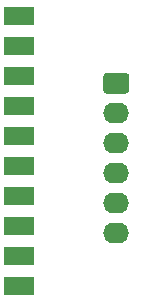
<source format=gbr>
%TF.GenerationSoftware,KiCad,Pcbnew,5.1.8-db9833491~87~ubuntu18.04.1*%
%TF.CreationDate,2020-11-28T12:04:11+00:00*%
%TF.ProjectId,JLink_6Pin_SWD_Adaptor,4a4c696e-6b5f-4365-9069-6e5f5357445f,rev?*%
%TF.SameCoordinates,Original*%
%TF.FileFunction,Soldermask,Top*%
%TF.FilePolarity,Negative*%
%FSLAX46Y46*%
G04 Gerber Fmt 4.6, Leading zero omitted, Abs format (unit mm)*
G04 Created by KiCad (PCBNEW 5.1.8-db9833491~87~ubuntu18.04.1) date 2020-11-28 12:04:11*
%MOMM*%
%LPD*%
G01*
G04 APERTURE LIST*
%ADD10R,2.600000X1.524000*%
%ADD11O,2.190000X1.740000*%
G04 APERTURE END LIST*
D10*
%TO.C,J1*%
X140970000Y-67310000D03*
X140970000Y-69850000D03*
X140970000Y-72390000D03*
X140970000Y-74930000D03*
X140970000Y-77470000D03*
X140970000Y-80010000D03*
X140970000Y-82550000D03*
X140970000Y-85090000D03*
X140970000Y-87630000D03*
X140970000Y-90170000D03*
%TD*%
D11*
%TO.C,J2*%
X149225000Y-85725000D03*
X149225000Y-83185000D03*
X149225000Y-80645000D03*
X149225000Y-78105000D03*
X149225000Y-75565000D03*
G36*
G01*
X148379999Y-72155000D02*
X150070001Y-72155000D01*
G75*
G02*
X150320000Y-72404999I0J-249999D01*
G01*
X150320000Y-73645001D01*
G75*
G02*
X150070001Y-73895000I-249999J0D01*
G01*
X148379999Y-73895000D01*
G75*
G02*
X148130000Y-73645001I0J249999D01*
G01*
X148130000Y-72404999D01*
G75*
G02*
X148379999Y-72155000I249999J0D01*
G01*
G37*
%TD*%
M02*

</source>
